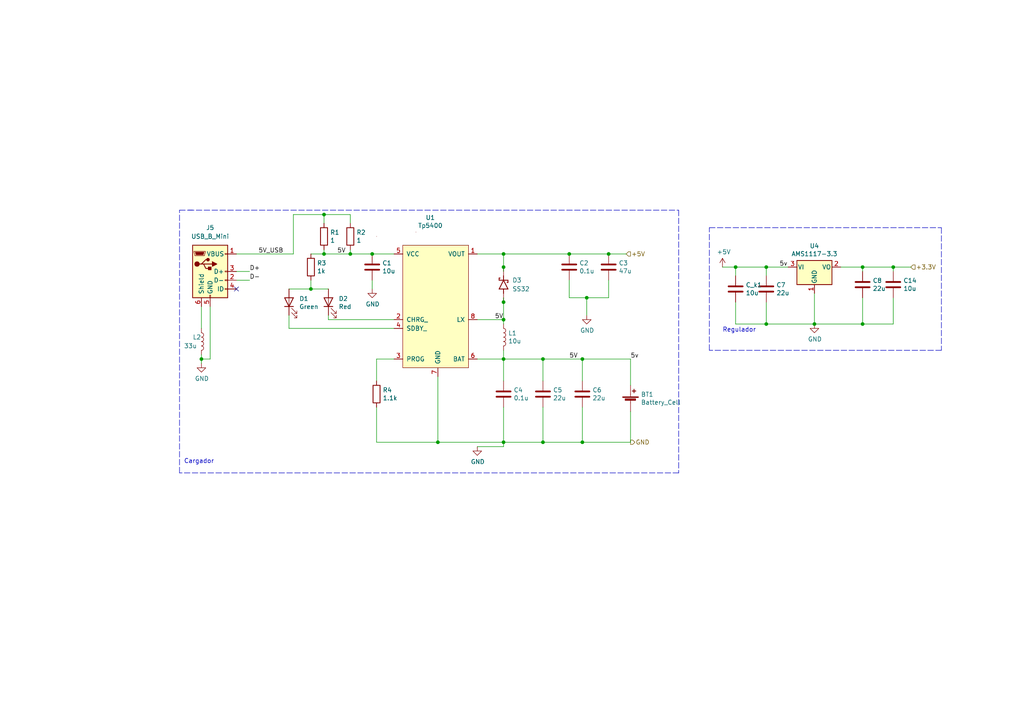
<source format=kicad_sch>
(kicad_sch (version 20211123) (generator eeschema)

  (uuid e409a435-e22e-4de2-b54e-4f8bf64a12ec)

  (paper "A4")

  (lib_symbols
    (symbol "Connector:USB_B_Mini" (pin_names (offset 1.016)) (in_bom yes) (on_board yes)
      (property "Reference" "J" (id 0) (at -5.08 11.43 0)
        (effects (font (size 1.27 1.27)) (justify left))
      )
      (property "Value" "USB_B_Mini" (id 1) (at -5.08 8.89 0)
        (effects (font (size 1.27 1.27)) (justify left))
      )
      (property "Footprint" "" (id 2) (at 3.81 -1.27 0)
        (effects (font (size 1.27 1.27)) hide)
      )
      (property "Datasheet" "~" (id 3) (at 3.81 -1.27 0)
        (effects (font (size 1.27 1.27)) hide)
      )
      (property "ki_keywords" "connector USB mini" (id 4) (at 0 0 0)
        (effects (font (size 1.27 1.27)) hide)
      )
      (property "ki_description" "USB Mini Type B connector" (id 5) (at 0 0 0)
        (effects (font (size 1.27 1.27)) hide)
      )
      (property "ki_fp_filters" "USB*" (id 6) (at 0 0 0)
        (effects (font (size 1.27 1.27)) hide)
      )
      (symbol "USB_B_Mini_0_1"
        (rectangle (start -5.08 -7.62) (end 5.08 7.62)
          (stroke (width 0.254) (type default) (color 0 0 0 0))
          (fill (type background))
        )
        (circle (center -3.81 2.159) (radius 0.635)
          (stroke (width 0.254) (type default) (color 0 0 0 0))
          (fill (type outline))
        )
        (circle (center -0.635 3.429) (radius 0.381)
          (stroke (width 0.254) (type default) (color 0 0 0 0))
          (fill (type outline))
        )
        (rectangle (start -0.127 -7.62) (end 0.127 -6.858)
          (stroke (width 0) (type default) (color 0 0 0 0))
          (fill (type none))
        )
        (polyline
          (pts
            (xy -1.905 2.159)
            (xy 0.635 2.159)
          )
          (stroke (width 0.254) (type default) (color 0 0 0 0))
          (fill (type none))
        )
        (polyline
          (pts
            (xy -3.175 2.159)
            (xy -2.54 2.159)
            (xy -1.27 3.429)
            (xy -0.635 3.429)
          )
          (stroke (width 0.254) (type default) (color 0 0 0 0))
          (fill (type none))
        )
        (polyline
          (pts
            (xy -2.54 2.159)
            (xy -1.905 2.159)
            (xy -1.27 0.889)
            (xy 0 0.889)
          )
          (stroke (width 0.254) (type default) (color 0 0 0 0))
          (fill (type none))
        )
        (polyline
          (pts
            (xy 0.635 2.794)
            (xy 0.635 1.524)
            (xy 1.905 2.159)
            (xy 0.635 2.794)
          )
          (stroke (width 0.254) (type default) (color 0 0 0 0))
          (fill (type outline))
        )
        (polyline
          (pts
            (xy -4.318 5.588)
            (xy -1.778 5.588)
            (xy -2.032 4.826)
            (xy -4.064 4.826)
            (xy -4.318 5.588)
          )
          (stroke (width 0) (type default) (color 0 0 0 0))
          (fill (type outline))
        )
        (polyline
          (pts
            (xy -4.699 5.842)
            (xy -4.699 5.588)
            (xy -4.445 4.826)
            (xy -4.445 4.572)
            (xy -1.651 4.572)
            (xy -1.651 4.826)
            (xy -1.397 5.588)
            (xy -1.397 5.842)
            (xy -4.699 5.842)
          )
          (stroke (width 0) (type default) (color 0 0 0 0))
          (fill (type none))
        )
        (rectangle (start 0.254 1.27) (end -0.508 0.508)
          (stroke (width 0.254) (type default) (color 0 0 0 0))
          (fill (type outline))
        )
        (rectangle (start 5.08 -5.207) (end 4.318 -4.953)
          (stroke (width 0) (type default) (color 0 0 0 0))
          (fill (type none))
        )
        (rectangle (start 5.08 -2.667) (end 4.318 -2.413)
          (stroke (width 0) (type default) (color 0 0 0 0))
          (fill (type none))
        )
        (rectangle (start 5.08 -0.127) (end 4.318 0.127)
          (stroke (width 0) (type default) (color 0 0 0 0))
          (fill (type none))
        )
        (rectangle (start 5.08 4.953) (end 4.318 5.207)
          (stroke (width 0) (type default) (color 0 0 0 0))
          (fill (type none))
        )
      )
      (symbol "USB_B_Mini_1_1"
        (pin power_out line (at 7.62 5.08 180) (length 2.54)
          (name "VBUS" (effects (font (size 1.27 1.27))))
          (number "1" (effects (font (size 1.27 1.27))))
        )
        (pin bidirectional line (at 7.62 -2.54 180) (length 2.54)
          (name "D-" (effects (font (size 1.27 1.27))))
          (number "2" (effects (font (size 1.27 1.27))))
        )
        (pin bidirectional line (at 7.62 0 180) (length 2.54)
          (name "D+" (effects (font (size 1.27 1.27))))
          (number "3" (effects (font (size 1.27 1.27))))
        )
        (pin passive line (at 7.62 -5.08 180) (length 2.54)
          (name "ID" (effects (font (size 1.27 1.27))))
          (number "4" (effects (font (size 1.27 1.27))))
        )
        (pin power_out line (at 0 -10.16 90) (length 2.54)
          (name "GND" (effects (font (size 1.27 1.27))))
          (number "5" (effects (font (size 1.27 1.27))))
        )
        (pin passive line (at -2.54 -10.16 90) (length 2.54)
          (name "Shield" (effects (font (size 1.27 1.27))))
          (number "6" (effects (font (size 1.27 1.27))))
        )
      )
    )
    (symbol "Device:Battery_Cell" (pin_numbers hide) (pin_names (offset 0) hide) (in_bom yes) (on_board yes)
      (property "Reference" "BT" (id 0) (at 2.54 2.54 0)
        (effects (font (size 1.27 1.27)) (justify left))
      )
      (property "Value" "Battery_Cell" (id 1) (at 2.54 0 0)
        (effects (font (size 1.27 1.27)) (justify left))
      )
      (property "Footprint" "" (id 2) (at 0 1.524 90)
        (effects (font (size 1.27 1.27)) hide)
      )
      (property "Datasheet" "~" (id 3) (at 0 1.524 90)
        (effects (font (size 1.27 1.27)) hide)
      )
      (property "ki_keywords" "battery cell" (id 4) (at 0 0 0)
        (effects (font (size 1.27 1.27)) hide)
      )
      (property "ki_description" "Single-cell battery" (id 5) (at 0 0 0)
        (effects (font (size 1.27 1.27)) hide)
      )
      (symbol "Battery_Cell_0_1"
        (rectangle (start -2.286 1.778) (end 2.286 1.524)
          (stroke (width 0) (type default) (color 0 0 0 0))
          (fill (type outline))
        )
        (rectangle (start -1.5748 1.1938) (end 1.4732 0.6858)
          (stroke (width 0) (type default) (color 0 0 0 0))
          (fill (type outline))
        )
        (polyline
          (pts
            (xy 0 0.762)
            (xy 0 0)
          )
          (stroke (width 0) (type default) (color 0 0 0 0))
          (fill (type none))
        )
        (polyline
          (pts
            (xy 0 1.778)
            (xy 0 2.54)
          )
          (stroke (width 0) (type default) (color 0 0 0 0))
          (fill (type none))
        )
        (polyline
          (pts
            (xy 0.508 3.429)
            (xy 1.524 3.429)
          )
          (stroke (width 0.254) (type default) (color 0 0 0 0))
          (fill (type none))
        )
        (polyline
          (pts
            (xy 1.016 3.937)
            (xy 1.016 2.921)
          )
          (stroke (width 0.254) (type default) (color 0 0 0 0))
          (fill (type none))
        )
      )
      (symbol "Battery_Cell_1_1"
        (pin passive line (at 0 5.08 270) (length 2.54)
          (name "+" (effects (font (size 1.27 1.27))))
          (number "1" (effects (font (size 1.27 1.27))))
        )
        (pin passive line (at 0 -2.54 90) (length 2.54)
          (name "-" (effects (font (size 1.27 1.27))))
          (number "2" (effects (font (size 1.27 1.27))))
        )
      )
    )
    (symbol "Device:C" (pin_numbers hide) (pin_names (offset 0.254)) (in_bom yes) (on_board yes)
      (property "Reference" "C" (id 0) (at 0.635 2.54 0)
        (effects (font (size 1.27 1.27)) (justify left))
      )
      (property "Value" "C" (id 1) (at 0.635 -2.54 0)
        (effects (font (size 1.27 1.27)) (justify left))
      )
      (property "Footprint" "" (id 2) (at 0.9652 -3.81 0)
        (effects (font (size 1.27 1.27)) hide)
      )
      (property "Datasheet" "~" (id 3) (at 0 0 0)
        (effects (font (size 1.27 1.27)) hide)
      )
      (property "ki_keywords" "cap capacitor" (id 4) (at 0 0 0)
        (effects (font (size 1.27 1.27)) hide)
      )
      (property "ki_description" "Unpolarized capacitor" (id 5) (at 0 0 0)
        (effects (font (size 1.27 1.27)) hide)
      )
      (property "ki_fp_filters" "C_*" (id 6) (at 0 0 0)
        (effects (font (size 1.27 1.27)) hide)
      )
      (symbol "C_0_1"
        (polyline
          (pts
            (xy -2.032 -0.762)
            (xy 2.032 -0.762)
          )
          (stroke (width 0.508) (type default) (color 0 0 0 0))
          (fill (type none))
        )
        (polyline
          (pts
            (xy -2.032 0.762)
            (xy 2.032 0.762)
          )
          (stroke (width 0.508) (type default) (color 0 0 0 0))
          (fill (type none))
        )
      )
      (symbol "C_1_1"
        (pin passive line (at 0 3.81 270) (length 2.794)
          (name "~" (effects (font (size 1.27 1.27))))
          (number "1" (effects (font (size 1.27 1.27))))
        )
        (pin passive line (at 0 -3.81 90) (length 2.794)
          (name "~" (effects (font (size 1.27 1.27))))
          (number "2" (effects (font (size 1.27 1.27))))
        )
      )
    )
    (symbol "Device:L" (pin_numbers hide) (pin_names (offset 1.016) hide) (in_bom yes) (on_board yes)
      (property "Reference" "L" (id 0) (at -1.27 0 90)
        (effects (font (size 1.27 1.27)))
      )
      (property "Value" "L" (id 1) (at 1.905 0 90)
        (effects (font (size 1.27 1.27)))
      )
      (property "Footprint" "" (id 2) (at 0 0 0)
        (effects (font (size 1.27 1.27)) hide)
      )
      (property "Datasheet" "~" (id 3) (at 0 0 0)
        (effects (font (size 1.27 1.27)) hide)
      )
      (property "ki_keywords" "inductor choke coil reactor magnetic" (id 4) (at 0 0 0)
        (effects (font (size 1.27 1.27)) hide)
      )
      (property "ki_description" "Inductor" (id 5) (at 0 0 0)
        (effects (font (size 1.27 1.27)) hide)
      )
      (property "ki_fp_filters" "Choke_* *Coil* Inductor_* L_*" (id 6) (at 0 0 0)
        (effects (font (size 1.27 1.27)) hide)
      )
      (symbol "L_0_1"
        (arc (start 0 -2.54) (mid 0.635 -1.905) (end 0 -1.27)
          (stroke (width 0) (type default) (color 0 0 0 0))
          (fill (type none))
        )
        (arc (start 0 -1.27) (mid 0.635 -0.635) (end 0 0)
          (stroke (width 0) (type default) (color 0 0 0 0))
          (fill (type none))
        )
        (arc (start 0 0) (mid 0.635 0.635) (end 0 1.27)
          (stroke (width 0) (type default) (color 0 0 0 0))
          (fill (type none))
        )
        (arc (start 0 1.27) (mid 0.635 1.905) (end 0 2.54)
          (stroke (width 0) (type default) (color 0 0 0 0))
          (fill (type none))
        )
      )
      (symbol "L_1_1"
        (pin passive line (at 0 3.81 270) (length 1.27)
          (name "1" (effects (font (size 1.27 1.27))))
          (number "1" (effects (font (size 1.27 1.27))))
        )
        (pin passive line (at 0 -3.81 90) (length 1.27)
          (name "2" (effects (font (size 1.27 1.27))))
          (number "2" (effects (font (size 1.27 1.27))))
        )
      )
    )
    (symbol "Device:LED" (pin_numbers hide) (pin_names (offset 1.016) hide) (in_bom yes) (on_board yes)
      (property "Reference" "D" (id 0) (at 0 2.54 0)
        (effects (font (size 1.27 1.27)))
      )
      (property "Value" "LED" (id 1) (at 0 -2.54 0)
        (effects (font (size 1.27 1.27)))
      )
      (property "Footprint" "" (id 2) (at 0 0 0)
        (effects (font (size 1.27 1.27)) hide)
      )
      (property "Datasheet" "~" (id 3) (at 0 0 0)
        (effects (font (size 1.27 1.27)) hide)
      )
      (property "ki_keywords" "LED diode" (id 4) (at 0 0 0)
        (effects (font (size 1.27 1.27)) hide)
      )
      (property "ki_description" "Light emitting diode" (id 5) (at 0 0 0)
        (effects (font (size 1.27 1.27)) hide)
      )
      (property "ki_fp_filters" "LED* LED_SMD:* LED_THT:*" (id 6) (at 0 0 0)
        (effects (font (size 1.27 1.27)) hide)
      )
      (symbol "LED_0_1"
        (polyline
          (pts
            (xy -1.27 -1.27)
            (xy -1.27 1.27)
          )
          (stroke (width 0.254) (type default) (color 0 0 0 0))
          (fill (type none))
        )
        (polyline
          (pts
            (xy -1.27 0)
            (xy 1.27 0)
          )
          (stroke (width 0) (type default) (color 0 0 0 0))
          (fill (type none))
        )
        (polyline
          (pts
            (xy 1.27 -1.27)
            (xy 1.27 1.27)
            (xy -1.27 0)
            (xy 1.27 -1.27)
          )
          (stroke (width 0.254) (type default) (color 0 0 0 0))
          (fill (type none))
        )
        (polyline
          (pts
            (xy -3.048 -0.762)
            (xy -4.572 -2.286)
            (xy -3.81 -2.286)
            (xy -4.572 -2.286)
            (xy -4.572 -1.524)
          )
          (stroke (width 0) (type default) (color 0 0 0 0))
          (fill (type none))
        )
        (polyline
          (pts
            (xy -1.778 -0.762)
            (xy -3.302 -2.286)
            (xy -2.54 -2.286)
            (xy -3.302 -2.286)
            (xy -3.302 -1.524)
          )
          (stroke (width 0) (type default) (color 0 0 0 0))
          (fill (type none))
        )
      )
      (symbol "LED_1_1"
        (pin passive line (at -3.81 0 0) (length 2.54)
          (name "K" (effects (font (size 1.27 1.27))))
          (number "1" (effects (font (size 1.27 1.27))))
        )
        (pin passive line (at 3.81 0 180) (length 2.54)
          (name "A" (effects (font (size 1.27 1.27))))
          (number "2" (effects (font (size 1.27 1.27))))
        )
      )
    )
    (symbol "Device:R" (pin_numbers hide) (pin_names (offset 0)) (in_bom yes) (on_board yes)
      (property "Reference" "R" (id 0) (at 2.032 0 90)
        (effects (font (size 1.27 1.27)))
      )
      (property "Value" "R" (id 1) (at 0 0 90)
        (effects (font (size 1.27 1.27)))
      )
      (property "Footprint" "" (id 2) (at -1.778 0 90)
        (effects (font (size 1.27 1.27)) hide)
      )
      (property "Datasheet" "~" (id 3) (at 0 0 0)
        (effects (font (size 1.27 1.27)) hide)
      )
      (property "ki_keywords" "R res resistor" (id 4) (at 0 0 0)
        (effects (font (size 1.27 1.27)) hide)
      )
      (property "ki_description" "Resistor" (id 5) (at 0 0 0)
        (effects (font (size 1.27 1.27)) hide)
      )
      (property "ki_fp_filters" "R_*" (id 6) (at 0 0 0)
        (effects (font (size 1.27 1.27)) hide)
      )
      (symbol "R_0_1"
        (rectangle (start -1.016 -2.54) (end 1.016 2.54)
          (stroke (width 0.254) (type default) (color 0 0 0 0))
          (fill (type none))
        )
      )
      (symbol "R_1_1"
        (pin passive line (at 0 3.81 270) (length 1.27)
          (name "~" (effects (font (size 1.27 1.27))))
          (number "1" (effects (font (size 1.27 1.27))))
        )
        (pin passive line (at 0 -3.81 90) (length 1.27)
          (name "~" (effects (font (size 1.27 1.27))))
          (number "2" (effects (font (size 1.27 1.27))))
        )
      )
    )
    (symbol "Regulator_Linear:AMS1117-3.3" (pin_names (offset 0.254)) (in_bom yes) (on_board yes)
      (property "Reference" "U" (id 0) (at -3.81 3.175 0)
        (effects (font (size 1.27 1.27)))
      )
      (property "Value" "AMS1117-3.3" (id 1) (at 0 3.175 0)
        (effects (font (size 1.27 1.27)) (justify left))
      )
      (property "Footprint" "Package_TO_SOT_SMD:SOT-223-3_TabPin2" (id 2) (at 0 5.08 0)
        (effects (font (size 1.27 1.27)) hide)
      )
      (property "Datasheet" "http://www.advanced-monolithic.com/pdf/ds1117.pdf" (id 3) (at 2.54 -6.35 0)
        (effects (font (size 1.27 1.27)) hide)
      )
      (property "ki_keywords" "linear regulator ldo fixed positive" (id 4) (at 0 0 0)
        (effects (font (size 1.27 1.27)) hide)
      )
      (property "ki_description" "1A Low Dropout regulator, positive, 3.3V fixed output, SOT-223" (id 5) (at 0 0 0)
        (effects (font (size 1.27 1.27)) hide)
      )
      (property "ki_fp_filters" "SOT?223*TabPin2*" (id 6) (at 0 0 0)
        (effects (font (size 1.27 1.27)) hide)
      )
      (symbol "AMS1117-3.3_0_1"
        (rectangle (start -5.08 -5.08) (end 5.08 1.905)
          (stroke (width 0.254) (type default) (color 0 0 0 0))
          (fill (type background))
        )
      )
      (symbol "AMS1117-3.3_1_1"
        (pin power_in line (at 0 -7.62 90) (length 2.54)
          (name "GND" (effects (font (size 1.27 1.27))))
          (number "1" (effects (font (size 1.27 1.27))))
        )
        (pin power_out line (at 7.62 0 180) (length 2.54)
          (name "VO" (effects (font (size 1.27 1.27))))
          (number "2" (effects (font (size 1.27 1.27))))
        )
        (pin power_in line (at -7.62 0 0) (length 2.54)
          (name "VI" (effects (font (size 1.27 1.27))))
          (number "3" (effects (font (size 1.27 1.27))))
        )
      )
    )
    (symbol "SS32:SS32" (pin_numbers hide) (pin_names (offset 1.016) hide) (in_bom yes) (on_board yes)
      (property "Reference" "D" (id 0) (at -5.08 2.54 0)
        (effects (font (size 1.27 1.27)) (justify left bottom))
      )
      (property "Value" "SS32" (id 1) (at -5.08 -3.81 0)
        (effects (font (size 1.27 1.27)) (justify left bottom))
      )
      (property "Footprint" "DIOM6859X262N" (id 2) (at 0 0 0)
        (effects (font (size 1.27 1.27)) (justify left bottom) hide)
      )
      (property "Datasheet" "" (id 3) (at 0 0 0)
        (effects (font (size 1.27 1.27)) (justify left bottom) hide)
      )
      (property "MAXIMUM_PACKAGE_HEIGHT" "2.62 mm" (id 4) (at 0 0 0)
        (effects (font (size 1.27 1.27)) (justify left bottom) hide)
      )
      (property "PARTREV" "Q2102" (id 5) (at 0 0 0)
        (effects (font (size 1.27 1.27)) (justify left bottom) hide)
      )
      (property "STANDARD" "IPC-7351B" (id 6) (at 0 0 0)
        (effects (font (size 1.27 1.27)) (justify left bottom) hide)
      )
      (property "MANUFACTURER" "Taiwan Semiconductor" (id 7) (at 0 0 0)
        (effects (font (size 1.27 1.27)) (justify left bottom) hide)
      )
      (property "ki_locked" "" (id 8) (at 0 0 0)
        (effects (font (size 1.27 1.27)))
      )
      (symbol "SS32_0_0"
        (polyline
          (pts
            (xy -2.54 0)
            (xy -1.27 0)
          )
          (stroke (width 0.254) (type default) (color 0 0 0 0))
          (fill (type none))
        )
        (polyline
          (pts
            (xy -1.27 -1.27)
            (xy 1.27 0)
          )
          (stroke (width 0.254) (type default) (color 0 0 0 0))
          (fill (type none))
        )
        (polyline
          (pts
            (xy -1.27 0)
            (xy -1.27 -1.27)
          )
          (stroke (width 0.254) (type default) (color 0 0 0 0))
          (fill (type none))
        )
        (polyline
          (pts
            (xy -1.27 1.27)
            (xy -1.27 0)
          )
          (stroke (width 0.254) (type default) (color 0 0 0 0))
          (fill (type none))
        )
        (polyline
          (pts
            (xy 0.635 -1.016)
            (xy 0.635 -1.27)
          )
          (stroke (width 0.254) (type default) (color 0 0 0 0))
          (fill (type none))
        )
        (polyline
          (pts
            (xy 1.27 -1.27)
            (xy 0.635 -1.27)
          )
          (stroke (width 0.254) (type default) (color 0 0 0 0))
          (fill (type none))
        )
        (polyline
          (pts
            (xy 1.27 0)
            (xy -1.27 1.27)
          )
          (stroke (width 0.254) (type default) (color 0 0 0 0))
          (fill (type none))
        )
        (polyline
          (pts
            (xy 1.27 0)
            (xy 1.27 -1.27)
          )
          (stroke (width 0.254) (type default) (color 0 0 0 0))
          (fill (type none))
        )
        (polyline
          (pts
            (xy 1.27 1.27)
            (xy 1.27 0)
          )
          (stroke (width 0.254) (type default) (color 0 0 0 0))
          (fill (type none))
        )
        (polyline
          (pts
            (xy 1.905 1.27)
            (xy 1.27 1.27)
          )
          (stroke (width 0.254) (type default) (color 0 0 0 0))
          (fill (type none))
        )
        (polyline
          (pts
            (xy 1.905 1.27)
            (xy 1.905 1.016)
          )
          (stroke (width 0.254) (type default) (color 0 0 0 0))
          (fill (type none))
        )
        (polyline
          (pts
            (xy 2.54 0)
            (xy 1.27 0)
          )
          (stroke (width 0.254) (type default) (color 0 0 0 0))
          (fill (type none))
        )
        (pin passive line (at -5.08 0 0) (length 2.54)
          (name "~" (effects (font (size 1.016 1.016))))
          (number "A" (effects (font (size 1.016 1.016))))
        )
        (pin passive line (at 5.08 0 180) (length 2.54)
          (name "~" (effects (font (size 1.016 1.016))))
          (number "C" (effects (font (size 1.016 1.016))))
        )
      )
    )
    (symbol "TP5400:Tp5400" (pin_names (offset 1.016)) (in_bom yes) (on_board yes)
      (property "Reference" "U" (id 0) (at -5.08 19.05 0)
        (effects (font (size 1.27 1.27)))
      )
      (property "Value" "Tp5400" (id 1) (at 0 19.05 0)
        (effects (font (size 1.27 1.27)))
      )
      (property "Footprint" "" (id 2) (at -5.08 19.05 0)
        (effects (font (size 1.27 1.27)) hide)
      )
      (property "Datasheet" "" (id 3) (at -5.08 19.05 0)
        (effects (font (size 1.27 1.27)) hide)
      )
      (property "ki_description" "Modulo Carga y Descarga Baterías Litio TP5400 5V - 1.2A, perfecto para la carga de baterías LiPo (Polimero de Litio) ó Li-ion (Ion de Litio) de una sola celda" (id 4) (at 0 0 0)
        (effects (font (size 1.27 1.27)) hide)
      )
      (symbol "Tp5400_0_1"
        (rectangle (start -62.23 -196.85) (end -62.23 -196.85)
          (stroke (width 0) (type default) (color 0 0 0 0))
          (fill (type none))
        )
        (rectangle (start -17.78 19.05) (end -17.78 19.05)
          (stroke (width 0) (type default) (color 0 0 0 0))
          (fill (type none))
        )
        (rectangle (start -10.16 16.51) (end 8.89 -19.05)
          (stroke (width 0) (type default) (color 0 0 0 0))
          (fill (type background))
        )
        (rectangle (start -6.35 20.32) (end -6.35 20.32)
          (stroke (width 0) (type default) (color 0 0 0 0))
          (fill (type none))
        )
      )
      (symbol "Tp5400_1_1"
        (pin output line (at 11.43 13.97 180) (length 2.54)
          (name "VOUT" (effects (font (size 1.27 1.27))))
          (number "1" (effects (font (size 1.27 1.27))))
        )
        (pin input line (at -12.7 -5.08 0) (length 2.54)
          (name "CHRG_" (effects (font (size 1.27 1.27))))
          (number "2" (effects (font (size 1.27 1.27))))
        )
        (pin input line (at -12.7 -16.51 0) (length 2.54)
          (name "PROG" (effects (font (size 1.27 1.27))))
          (number "3" (effects (font (size 1.27 1.27))))
        )
        (pin input line (at -12.7 -7.62 0) (length 2.54)
          (name "SDBY_" (effects (font (size 1.27 1.27))))
          (number "4" (effects (font (size 1.27 1.27))))
        )
        (pin input line (at -12.7 13.97 0) (length 2.54)
          (name "VCC" (effects (font (size 1.27 1.27))))
          (number "5" (effects (font (size 1.27 1.27))))
        )
        (pin input line (at 11.43 -16.51 180) (length 2.54)
          (name "BAT" (effects (font (size 1.27 1.27))))
          (number "6" (effects (font (size 1.27 1.27))))
        )
        (pin input line (at 0 -21.59 90) (length 2.54)
          (name "GND" (effects (font (size 1.27 1.27))))
          (number "7" (effects (font (size 1.27 1.27))))
        )
        (pin input line (at 11.43 -5.08 180) (length 2.54)
          (name "LX" (effects (font (size 1.27 1.27))))
          (number "8" (effects (font (size 1.27 1.27))))
        )
      )
    )
    (symbol "power:+5V" (power) (pin_names (offset 0)) (in_bom yes) (on_board yes)
      (property "Reference" "#PWR" (id 0) (at 0 -3.81 0)
        (effects (font (size 1.27 1.27)) hide)
      )
      (property "Value" "+5V" (id 1) (at 0 3.556 0)
        (effects (font (size 1.27 1.27)))
      )
      (property "Footprint" "" (id 2) (at 0 0 0)
        (effects (font (size 1.27 1.27)) hide)
      )
      (property "Datasheet" "" (id 3) (at 0 0 0)
        (effects (font (size 1.27 1.27)) hide)
      )
      (property "ki_keywords" "power-flag" (id 4) (at 0 0 0)
        (effects (font (size 1.27 1.27)) hide)
      )
      (property "ki_description" "Power symbol creates a global label with name \"+5V\"" (id 5) (at 0 0 0)
        (effects (font (size 1.27 1.27)) hide)
      )
      (symbol "+5V_0_1"
        (polyline
          (pts
            (xy -0.762 1.27)
            (xy 0 2.54)
          )
          (stroke (width 0) (type default) (color 0 0 0 0))
          (fill (type none))
        )
        (polyline
          (pts
            (xy 0 0)
            (xy 0 2.54)
          )
          (stroke (width 0) (type default) (color 0 0 0 0))
          (fill (type none))
        )
        (polyline
          (pts
            (xy 0 2.54)
            (xy 0.762 1.27)
          )
          (stroke (width 0) (type default) (color 0 0 0 0))
          (fill (type none))
        )
      )
      (symbol "+5V_1_1"
        (pin power_in line (at 0 0 90) (length 0) hide
          (name "+5V" (effects (font (size 1.27 1.27))))
          (number "1" (effects (font (size 1.27 1.27))))
        )
      )
    )
    (symbol "power:GND" (power) (pin_names (offset 0)) (in_bom yes) (on_board yes)
      (property "Reference" "#PWR" (id 0) (at 0 -6.35 0)
        (effects (font (size 1.27 1.27)) hide)
      )
      (property "Value" "GND" (id 1) (at 0 -3.81 0)
        (effects (font (size 1.27 1.27)))
      )
      (property "Footprint" "" (id 2) (at 0 0 0)
        (effects (font (size 1.27 1.27)) hide)
      )
      (property "Datasheet" "" (id 3) (at 0 0 0)
        (effects (font (size 1.27 1.27)) hide)
      )
      (property "ki_keywords" "power-flag" (id 4) (at 0 0 0)
        (effects (font (size 1.27 1.27)) hide)
      )
      (property "ki_description" "Power symbol creates a global label with name \"GND\" , ground" (id 5) (at 0 0 0)
        (effects (font (size 1.27 1.27)) hide)
      )
      (symbol "GND_0_1"
        (polyline
          (pts
            (xy 0 0)
            (xy 0 -1.27)
            (xy 1.27 -1.27)
            (xy 0 -2.54)
            (xy -1.27 -1.27)
            (xy 0 -1.27)
          )
          (stroke (width 0) (type default) (color 0 0 0 0))
          (fill (type none))
        )
      )
      (symbol "GND_1_1"
        (pin power_in line (at 0 0 270) (length 0) hide
          (name "GND" (effects (font (size 1.27 1.27))))
          (number "1" (effects (font (size 1.27 1.27))))
        )
      )
    )
  )

  (junction (at 93.98 73.66) (diameter 0) (color 0 0 0 0)
    (uuid 10934efb-a584-49f1-94d8-1012813a3248)
  )
  (junction (at 250.19 93.98) (diameter 0) (color 0 0 0 0)
    (uuid 1e333299-a059-4f9d-b1b0-1f8871de4d05)
  )
  (junction (at 250.19 77.47) (diameter 0) (color 0 0 0 0)
    (uuid 1f9398dd-7cdd-424c-b613-8ca2f01076a8)
  )
  (junction (at 146.05 92.71) (diameter 0) (color 0 0 0 0)
    (uuid 26e5081e-e8cb-4020-a8bf-f57e9547e94e)
  )
  (junction (at 107.95 73.66) (diameter 0) (color 0 0 0 0)
    (uuid 27785de1-54ba-4776-b2cb-2198f8e38417)
  )
  (junction (at 127 128.27) (diameter 0) (color 0 0 0 0)
    (uuid 2e3a43b6-07fe-4cb6-85ae-f27fb7f41338)
  )
  (junction (at 170.18 86.36) (diameter 0) (color 0 0 0 0)
    (uuid 3b3ffa14-23c9-4852-81d0-8dd08fffec63)
  )
  (junction (at 101.6 73.66) (diameter 0) (color 0 0 0 0)
    (uuid 57a8c5cb-9384-43f3-a8bb-7f9c44e96dba)
  )
  (junction (at 146.05 77.47) (diameter 0) (color 0 0 0 0)
    (uuid 5dc499ee-6092-4da1-b2e3-45b492b60224)
  )
  (junction (at 259.08 77.47) (diameter 0) (color 0 0 0 0)
    (uuid 645a28f1-3e2a-4150-bddf-74a42d332667)
  )
  (junction (at 58.42 104.14) (diameter 0) (color 0 0 0 0)
    (uuid 6e19f719-0040-4e5a-a2a1-94e4ad1eaa02)
  )
  (junction (at 146.05 73.66) (diameter 0) (color 0 0 0 0)
    (uuid 7fb65ec1-ece3-48e1-bdf5-4413b4bf1f25)
  )
  (junction (at 222.25 93.98) (diameter 0) (color 0 0 0 0)
    (uuid 8141f226-6f0a-4ee4-acaa-39a5ea41233f)
  )
  (junction (at 168.91 104.14) (diameter 0) (color 0 0 0 0)
    (uuid 9d9b3632-55ed-48c4-9307-0bf7bfc74a37)
  )
  (junction (at 146.05 87.63) (diameter 0) (color 0 0 0 0)
    (uuid b1960e6d-b977-4ed9-9afa-313e242777fa)
  )
  (junction (at 165.1 73.66) (diameter 0) (color 0 0 0 0)
    (uuid bcbf41d9-4fe5-4f56-8731-cf1e018154b1)
  )
  (junction (at 213.36 77.47) (diameter 0) (color 0 0 0 0)
    (uuid c27f3dbc-2c6f-4766-addb-904e809092bf)
  )
  (junction (at 157.48 128.27) (diameter 0) (color 0 0 0 0)
    (uuid d2d5338e-529d-4976-925a-a09baa20282a)
  )
  (junction (at 90.17 83.82) (diameter 0) (color 0 0 0 0)
    (uuid d8a523ab-3d89-44b9-8b26-e4a9532c591d)
  )
  (junction (at 146.05 104.14) (diameter 0) (color 0 0 0 0)
    (uuid e0a58a6e-b9ed-4abc-9f08-a8dd3618b0a3)
  )
  (junction (at 236.22 93.98) (diameter 0) (color 0 0 0 0)
    (uuid e1556798-9f56-4fd6-b2e4-b39d4ee47312)
  )
  (junction (at 168.91 128.27) (diameter 0) (color 0 0 0 0)
    (uuid eb2bd1b2-cef8-4414-9af1-4ce7207a025a)
  )
  (junction (at 93.98 62.23) (diameter 0) (color 0 0 0 0)
    (uuid edfd2681-1660-471b-a1d2-c3d43b997978)
  )
  (junction (at 176.53 73.66) (diameter 0) (color 0 0 0 0)
    (uuid f073cf98-6734-4ea9-827f-4c4cecb730a6)
  )
  (junction (at 157.48 104.14) (diameter 0) (color 0 0 0 0)
    (uuid f31310b7-3b93-47ab-9527-9aef705b5156)
  )
  (junction (at 222.25 77.47) (diameter 0) (color 0 0 0 0)
    (uuid f5d8e826-05d3-419c-bbd2-baef7a463ae8)
  )
  (junction (at 146.05 128.27) (diameter 0) (color 0 0 0 0)
    (uuid f640cb6d-1c5e-48c7-ad82-396d8b2acb20)
  )

  (no_connect (at 68.58 83.82) (uuid 91d4a16d-06c7-4624-8996-ad3e9d06ec87))

  (wire (pts (xy 165.1 86.36) (xy 170.18 86.36))
    (stroke (width 0) (type default) (color 0 0 0 0))
    (uuid 00bc2017-0fbd-46ca-bcfc-e8081e13140f)
  )
  (wire (pts (xy 60.96 104.14) (xy 58.42 104.14))
    (stroke (width 0) (type default) (color 0 0 0 0))
    (uuid 036ca1d2-427e-4e04-9bae-c4f39a7c189c)
  )
  (polyline (pts (xy 196.85 137.16) (xy 52.07 137.16))
    (stroke (width 0) (type default) (color 0 0 0 0))
    (uuid 04c7e5fc-46f7-4ba1-9d88-f7f775d52712)
  )

  (wire (pts (xy 176.53 73.66) (xy 181.61 73.66))
    (stroke (width 0) (type default) (color 0 0 0 0))
    (uuid 09d80699-a6a9-4714-b5b0-09c47dd9807d)
  )
  (wire (pts (xy 138.43 73.66) (xy 146.05 73.66))
    (stroke (width 0) (type default) (color 0 0 0 0))
    (uuid 0bf90687-3495-4d33-9154-787d8238440f)
  )
  (wire (pts (xy 146.05 87.63) (xy 146.05 86.36))
    (stroke (width 0) (type default) (color 0 0 0 0))
    (uuid 0c1f3684-e67f-440a-87af-02b3ef9e5062)
  )
  (wire (pts (xy 68.58 78.74) (xy 72.39 78.74))
    (stroke (width 0) (type default) (color 0 0 0 0))
    (uuid 13833097-113f-40d8-a272-1bd67e07ccdd)
  )
  (wire (pts (xy 222.25 93.98) (xy 222.25 87.63))
    (stroke (width 0) (type default) (color 0 0 0 0))
    (uuid 1478cb11-bd9c-435e-a606-16051c5a03dc)
  )
  (wire (pts (xy 157.48 128.27) (xy 168.91 128.27))
    (stroke (width 0) (type default) (color 0 0 0 0))
    (uuid 178b9781-c2db-40ff-ba7f-0d679007e079)
  )
  (wire (pts (xy 95.25 91.44) (xy 95.25 92.71))
    (stroke (width 0) (type default) (color 0 0 0 0))
    (uuid 1821e909-4cd4-4367-afa0-8bd4fa0749c2)
  )
  (wire (pts (xy 138.43 92.71) (xy 146.05 92.71))
    (stroke (width 0) (type default) (color 0 0 0 0))
    (uuid 1acdb9b7-4472-44ea-9e80-9a6471edd1f7)
  )
  (wire (pts (xy 58.42 104.14) (xy 58.42 105.41))
    (stroke (width 0) (type default) (color 0 0 0 0))
    (uuid 1ecd55c5-20c1-47e0-816b-f8ea3bab2d54)
  )
  (polyline (pts (xy 54.61 60.96) (xy 196.85 60.96))
    (stroke (width 0) (type default) (color 0 0 0 0))
    (uuid 2188758f-7b2b-4bcf-8cc6-c592e39bac9e)
  )

  (wire (pts (xy 146.05 110.49) (xy 146.05 104.14))
    (stroke (width 0) (type default) (color 0 0 0 0))
    (uuid 26d31520-a03a-4ebc-9ab5-21c6bbb1ddc8)
  )
  (wire (pts (xy 146.05 92.71) (xy 146.05 93.98))
    (stroke (width 0) (type default) (color 0 0 0 0))
    (uuid 274f5a4a-4ebb-40fa-abed-82470e650ba3)
  )
  (wire (pts (xy 250.19 78.74) (xy 250.19 77.47))
    (stroke (width 0) (type default) (color 0 0 0 0))
    (uuid 2835b452-4aa7-4df2-97b5-b8f3001d4e69)
  )
  (wire (pts (xy 259.08 77.47) (xy 264.16 77.47))
    (stroke (width 0) (type default) (color 0 0 0 0))
    (uuid 286c83a5-b3b1-4089-bac3-cdd5fa65bbb6)
  )
  (wire (pts (xy 93.98 62.23) (xy 93.98 64.77))
    (stroke (width 0) (type default) (color 0 0 0 0))
    (uuid 3000b23d-7529-40f8-af7d-74510d8b62b3)
  )
  (wire (pts (xy 213.36 87.63) (xy 213.36 93.98))
    (stroke (width 0) (type default) (color 0 0 0 0))
    (uuid 32fcc0b2-ae82-4fc4-87f4-cfc255322a79)
  )
  (wire (pts (xy 114.3 95.25) (xy 83.82 95.25))
    (stroke (width 0) (type default) (color 0 0 0 0))
    (uuid 36fd755e-00b9-43ce-b2b4-98bcbcc828b3)
  )
  (wire (pts (xy 182.88 111.76) (xy 182.88 104.14))
    (stroke (width 0) (type default) (color 0 0 0 0))
    (uuid 39d579f8-f304-40ec-8add-fd4f790ee13b)
  )
  (wire (pts (xy 101.6 72.39) (xy 101.6 73.66))
    (stroke (width 0) (type default) (color 0 0 0 0))
    (uuid 3a98a794-e470-43cf-a5f2-fca897b03b62)
  )
  (wire (pts (xy 83.82 83.82) (xy 90.17 83.82))
    (stroke (width 0) (type default) (color 0 0 0 0))
    (uuid 3ea25615-4644-43e6-8c39-371c93b83f91)
  )
  (wire (pts (xy 250.19 77.47) (xy 243.84 77.47))
    (stroke (width 0) (type default) (color 0 0 0 0))
    (uuid 42525d00-1a06-44b1-a393-f411ccf21096)
  )
  (wire (pts (xy 182.88 119.38) (xy 182.88 128.27))
    (stroke (width 0) (type default) (color 0 0 0 0))
    (uuid 43c1b881-4c7d-4e78-b9bb-24107f0a191f)
  )
  (wire (pts (xy 95.25 92.71) (xy 114.3 92.71))
    (stroke (width 0) (type default) (color 0 0 0 0))
    (uuid 44c3f53b-44c2-4647-8bff-7b748b2b6e6a)
  )
  (wire (pts (xy 68.58 81.28) (xy 72.39 81.28))
    (stroke (width 0) (type default) (color 0 0 0 0))
    (uuid 4858e9af-4c74-4b84-be6b-43d2fffe3fec)
  )
  (wire (pts (xy 213.36 77.47) (xy 222.25 77.47))
    (stroke (width 0) (type default) (color 0 0 0 0))
    (uuid 50b98d50-7572-49be-b447-b60bc878f623)
  )
  (wire (pts (xy 250.19 86.36) (xy 250.19 93.98))
    (stroke (width 0) (type default) (color 0 0 0 0))
    (uuid 52af98b2-86da-4b87-b703-7faba4349c2b)
  )
  (wire (pts (xy 58.42 102.87) (xy 58.42 104.14))
    (stroke (width 0) (type default) (color 0 0 0 0))
    (uuid 5322b014-503e-479b-92f3-c104137eb4a7)
  )
  (wire (pts (xy 213.36 77.47) (xy 213.36 80.01))
    (stroke (width 0) (type default) (color 0 0 0 0))
    (uuid 572ad497-f15c-44e6-b6c4-2db8ed558982)
  )
  (wire (pts (xy 168.91 128.27) (xy 168.91 118.11))
    (stroke (width 0) (type default) (color 0 0 0 0))
    (uuid 57a51c1a-13e4-4c03-8d31-e11516ae1016)
  )
  (wire (pts (xy 250.19 93.98) (xy 259.08 93.98))
    (stroke (width 0) (type default) (color 0 0 0 0))
    (uuid 57b18b31-22db-4995-a95d-e94c9ea0a0df)
  )
  (wire (pts (xy 259.08 77.47) (xy 259.08 78.74))
    (stroke (width 0) (type default) (color 0 0 0 0))
    (uuid 5a30c2a9-e608-401a-ba82-55d0b8e977ed)
  )
  (wire (pts (xy 138.43 129.54) (xy 146.05 129.54))
    (stroke (width 0) (type default) (color 0 0 0 0))
    (uuid 5d02026c-1021-4cf4-8b84-8156dae0db5e)
  )
  (wire (pts (xy 90.17 83.82) (xy 95.25 83.82))
    (stroke (width 0) (type default) (color 0 0 0 0))
    (uuid 61f0657f-eafa-4e35-97e3-6fdf2ac25519)
  )
  (wire (pts (xy 107.95 83.82) (xy 107.95 81.28))
    (stroke (width 0) (type default) (color 0 0 0 0))
    (uuid 651a6637-b8eb-400c-98e2-e30c05336858)
  )
  (wire (pts (xy 165.1 81.28) (xy 165.1 86.36))
    (stroke (width 0) (type default) (color 0 0 0 0))
    (uuid 6671d815-e777-4497-97ef-fddba708f008)
  )
  (wire (pts (xy 146.05 77.47) (xy 146.05 78.74))
    (stroke (width 0) (type default) (color 0 0 0 0))
    (uuid 6e413ce5-ddaf-479d-ab31-d32d62b0c2f3)
  )
  (wire (pts (xy 146.05 118.11) (xy 146.05 128.27))
    (stroke (width 0) (type default) (color 0 0 0 0))
    (uuid 6f04d99a-4e8a-47c5-abb1-d116d664afaf)
  )
  (wire (pts (xy 157.48 118.11) (xy 157.48 128.27))
    (stroke (width 0) (type default) (color 0 0 0 0))
    (uuid 6f7723ab-9b81-43f3-b744-74764fc3ce28)
  )
  (polyline (pts (xy 273.05 101.6) (xy 205.74 101.6))
    (stroke (width 0) (type default) (color 0 0 0 0))
    (uuid 7047ff6f-a981-4922-b891-871f0192e20f)
  )

  (wire (pts (xy 176.53 73.66) (xy 165.1 73.66))
    (stroke (width 0) (type default) (color 0 0 0 0))
    (uuid 70aac149-64d0-474f-b3c1-16c3956fe907)
  )
  (wire (pts (xy 60.96 88.9) (xy 60.96 104.14))
    (stroke (width 0) (type default) (color 0 0 0 0))
    (uuid 737f3fde-79ea-4deb-a07c-5f9fe7044987)
  )
  (wire (pts (xy 157.48 110.49) (xy 157.48 104.14))
    (stroke (width 0) (type default) (color 0 0 0 0))
    (uuid 744f804c-7b9c-444d-b073-1f898e5be461)
  )
  (wire (pts (xy 250.19 93.98) (xy 236.22 93.98))
    (stroke (width 0) (type default) (color 0 0 0 0))
    (uuid 819a8413-6af3-4f54-a057-6464065995fe)
  )
  (wire (pts (xy 109.22 104.14) (xy 109.22 110.49))
    (stroke (width 0) (type default) (color 0 0 0 0))
    (uuid 8333d76e-e1b8-439f-9369-3f32cf9a3675)
  )
  (wire (pts (xy 236.22 85.09) (xy 236.22 93.98))
    (stroke (width 0) (type default) (color 0 0 0 0))
    (uuid 84018ab4-adff-46a3-8f7d-a4f73dd5211a)
  )
  (polyline (pts (xy 52.07 137.16) (xy 52.07 60.96))
    (stroke (width 0) (type default) (color 0 0 0 0))
    (uuid 875b2d9d-6d83-4bd7-bb4a-945ab797eb50)
  )
  (polyline (pts (xy 52.07 60.96) (xy 55.88 60.96))
    (stroke (width 0) (type default) (color 0 0 0 0))
    (uuid 89d60e13-aa6b-4474-8789-9af56d4d3202)
  )

  (wire (pts (xy 101.6 73.66) (xy 93.98 73.66))
    (stroke (width 0) (type default) (color 0 0 0 0))
    (uuid 8a1b921d-9b5d-4a2b-b1b1-ff2a0f21b8b0)
  )
  (wire (pts (xy 259.08 86.36) (xy 259.08 93.98))
    (stroke (width 0) (type default) (color 0 0 0 0))
    (uuid 8c05f8ae-7c48-449a-ae56-8090383808fa)
  )
  (wire (pts (xy 146.05 73.66) (xy 146.05 77.47))
    (stroke (width 0) (type default) (color 0 0 0 0))
    (uuid 8d00b581-ff1f-4274-816b-bc45d0315dfc)
  )
  (wire (pts (xy 222.25 77.47) (xy 228.6 77.47))
    (stroke (width 0) (type default) (color 0 0 0 0))
    (uuid 901a7605-c924-43d9-a98d-931ac44d5ccb)
  )
  (wire (pts (xy 127 109.22) (xy 127 128.27))
    (stroke (width 0) (type default) (color 0 0 0 0))
    (uuid 91eebec8-22cf-4712-9c10-fe9c5fc97d34)
  )
  (wire (pts (xy 146.05 73.66) (xy 165.1 73.66))
    (stroke (width 0) (type default) (color 0 0 0 0))
    (uuid 9773c4b4-475d-4759-9ec7-634526307455)
  )
  (wire (pts (xy 90.17 81.28) (xy 90.17 83.82))
    (stroke (width 0) (type default) (color 0 0 0 0))
    (uuid 98bb3c0c-4720-4c23-84d0-2c32ea5682f5)
  )
  (wire (pts (xy 168.91 128.27) (xy 182.88 128.27))
    (stroke (width 0) (type default) (color 0 0 0 0))
    (uuid 99f5dcba-76f2-42b5-9809-22fbde85df65)
  )
  (wire (pts (xy 58.42 88.9) (xy 58.42 95.25))
    (stroke (width 0) (type default) (color 0 0 0 0))
    (uuid 9dc4c419-9dbe-4189-8978-db3449de0725)
  )
  (polyline (pts (xy 196.85 60.96) (xy 196.85 137.16))
    (stroke (width 0) (type default) (color 0 0 0 0))
    (uuid 9ffed4f5-febe-4750-b63c-3ed050bd5b1a)
  )

  (wire (pts (xy 85.09 73.66) (xy 85.09 62.23))
    (stroke (width 0) (type default) (color 0 0 0 0))
    (uuid a1a51985-b3c5-4bd8-b1d0-1a1b82664ffa)
  )
  (wire (pts (xy 157.48 104.14) (xy 168.91 104.14))
    (stroke (width 0) (type default) (color 0 0 0 0))
    (uuid a40c6094-3b12-4bd2-8fbc-d3590854a759)
  )
  (wire (pts (xy 168.91 104.14) (xy 168.91 110.49))
    (stroke (width 0) (type default) (color 0 0 0 0))
    (uuid a46948a9-f6c6-412c-905c-0211e0b49f19)
  )
  (wire (pts (xy 93.98 73.66) (xy 90.17 73.66))
    (stroke (width 0) (type default) (color 0 0 0 0))
    (uuid a7d20def-772a-42c9-bbcc-08c4bdf960bb)
  )
  (wire (pts (xy 68.58 73.66) (xy 85.09 73.66))
    (stroke (width 0) (type default) (color 0 0 0 0))
    (uuid aa4abb9a-5f4a-4f1a-a898-a8938407be2c)
  )
  (wire (pts (xy 213.36 93.98) (xy 222.25 93.98))
    (stroke (width 0) (type default) (color 0 0 0 0))
    (uuid ad8bebc5-2f22-4688-be1f-ab19304ec83b)
  )
  (polyline (pts (xy 273.05 66.04) (xy 273.05 101.6))
    (stroke (width 0) (type default) (color 0 0 0 0))
    (uuid add403b3-bcf6-40c3-a6b8-401d811fc937)
  )

  (wire (pts (xy 114.3 104.14) (xy 109.22 104.14))
    (stroke (width 0) (type default) (color 0 0 0 0))
    (uuid b4cce196-a374-4f98-aba5-d5d3d10f22d8)
  )
  (wire (pts (xy 146.05 92.71) (xy 146.05 87.63))
    (stroke (width 0) (type default) (color 0 0 0 0))
    (uuid b8df576e-52e4-4898-823b-719ba99a7a0c)
  )
  (polyline (pts (xy 205.74 101.6) (xy 205.74 66.04))
    (stroke (width 0) (type default) (color 0 0 0 0))
    (uuid b97b32f6-99cd-4591-afe8-62a599d9cf89)
  )

  (wire (pts (xy 146.05 129.54) (xy 146.05 128.27))
    (stroke (width 0) (type default) (color 0 0 0 0))
    (uuid b9c8d817-eb2a-4fdf-9f38-0b4d5a6ff40e)
  )
  (wire (pts (xy 176.53 86.36) (xy 176.53 81.28))
    (stroke (width 0) (type default) (color 0 0 0 0))
    (uuid c004f72c-d771-4b38-bd3a-ebfea74b27fb)
  )
  (wire (pts (xy 236.22 93.98) (xy 222.25 93.98))
    (stroke (width 0) (type default) (color 0 0 0 0))
    (uuid c1d2b732-0798-431a-8eb2-0ad5dbe47e2b)
  )
  (wire (pts (xy 93.98 73.66) (xy 93.98 72.39))
    (stroke (width 0) (type default) (color 0 0 0 0))
    (uuid c850b260-1f42-48e1-88d2-c6a27a285f93)
  )
  (wire (pts (xy 209.55 77.47) (xy 213.36 77.47))
    (stroke (width 0) (type default) (color 0 0 0 0))
    (uuid cdd8ac69-37b5-44ae-89e8-7a1b9fce26ca)
  )
  (wire (pts (xy 170.18 86.36) (xy 176.53 86.36))
    (stroke (width 0) (type default) (color 0 0 0 0))
    (uuid cded8077-0aeb-406c-a2e5-01821addfccf)
  )
  (wire (pts (xy 170.18 86.36) (xy 170.18 91.44))
    (stroke (width 0) (type default) (color 0 0 0 0))
    (uuid ce93b7d4-8038-415d-9edf-7b8ddf4804f5)
  )
  (wire (pts (xy 138.43 104.14) (xy 146.05 104.14))
    (stroke (width 0) (type default) (color 0 0 0 0))
    (uuid cfdbfcae-21f4-4f0a-9b33-1dc1a7336fb3)
  )
  (wire (pts (xy 127 128.27) (xy 146.05 128.27))
    (stroke (width 0) (type default) (color 0 0 0 0))
    (uuid d0e5703e-1d3f-4ec2-befe-e6ee65350f91)
  )
  (wire (pts (xy 146.05 101.6) (xy 146.05 104.14))
    (stroke (width 0) (type default) (color 0 0 0 0))
    (uuid d564edef-48de-41f4-a80f-ddb06fb11100)
  )
  (wire (pts (xy 146.05 128.27) (xy 157.48 128.27))
    (stroke (width 0) (type default) (color 0 0 0 0))
    (uuid d845e404-b3b0-457e-b2e2-8a287f55f4e4)
  )
  (wire (pts (xy 101.6 62.23) (xy 93.98 62.23))
    (stroke (width 0) (type default) (color 0 0 0 0))
    (uuid dccbaa16-b364-445d-a6ea-dd9a758db64c)
  )
  (wire (pts (xy 107.95 73.66) (xy 101.6 73.66))
    (stroke (width 0) (type default) (color 0 0 0 0))
    (uuid df2cb113-b97a-401a-b3d1-2b86197f0fbe)
  )
  (wire (pts (xy 101.6 64.77) (xy 101.6 62.23))
    (stroke (width 0) (type default) (color 0 0 0 0))
    (uuid e836ee5c-b239-4183-b211-28ec8d64a95a)
  )
  (wire (pts (xy 222.25 80.01) (xy 222.25 77.47))
    (stroke (width 0) (type default) (color 0 0 0 0))
    (uuid ef525432-bf23-4b86-b64c-4c45d61d2791)
  )
  (wire (pts (xy 85.09 62.23) (xy 93.98 62.23))
    (stroke (width 0) (type default) (color 0 0 0 0))
    (uuid ef7c9779-7b80-4468-b4a4-27f6f9ae042f)
  )
  (wire (pts (xy 109.22 128.27) (xy 127 128.27))
    (stroke (width 0) (type default) (color 0 0 0 0))
    (uuid ef81c748-f187-4d77-9f8a-0659f09e1b41)
  )
  (wire (pts (xy 109.22 118.11) (xy 109.22 128.27))
    (stroke (width 0) (type default) (color 0 0 0 0))
    (uuid f0eeb323-482c-4f90-b194-d5a44bbfc1c8)
  )
  (wire (pts (xy 250.19 77.47) (xy 259.08 77.47))
    (stroke (width 0) (type default) (color 0 0 0 0))
    (uuid f308cddd-09da-4289-a958-a11b34aa1aa5)
  )
  (wire (pts (xy 83.82 95.25) (xy 83.82 91.44))
    (stroke (width 0) (type default) (color 0 0 0 0))
    (uuid f892f841-f0b9-4b6e-bee1-427be8b97e73)
  )
  (wire (pts (xy 114.3 73.66) (xy 107.95 73.66))
    (stroke (width 0) (type default) (color 0 0 0 0))
    (uuid fd1f3b4b-7a79-48fc-a8a9-295edda5e623)
  )
  (wire (pts (xy 146.05 104.14) (xy 157.48 104.14))
    (stroke (width 0) (type default) (color 0 0 0 0))
    (uuid fdbf3345-3ec3-40e8-aa28-8eb7aea6391c)
  )
  (polyline (pts (xy 205.74 66.04) (xy 273.05 66.04))
    (stroke (width 0) (type default) (color 0 0 0 0))
    (uuid fe89fa3d-583b-4e66-8995-402b3a63baad)
  )

  (wire (pts (xy 168.91 104.14) (xy 182.88 104.14))
    (stroke (width 0) (type default) (color 0 0 0 0))
    (uuid febc27c1-62b5-40e2-846a-e888c69e1b10)
  )

  (text "Regulador" (at 209.55 96.52 0)
    (effects (font (size 1.27 1.27)) (justify left bottom))
    (uuid 0539c558-7367-4321-9d72-be7036e402c1)
  )
  (text "Cargador" (at 53.34 134.62 0)
    (effects (font (size 1.27 1.27)) (justify left bottom))
    (uuid 7dfd98fe-48ff-4f22-b179-591516a5f1ce)
  )

  (label "D-" (at 72.39 81.28 0)
    (effects (font (size 1.27 1.27)) (justify left bottom))
    (uuid 1d2f80ac-779e-4757-b5f4-eb18c36f5af8)
  )
  (label "5V" (at 143.51 92.71 0)
    (effects (font (size 1.27 1.27)) (justify left bottom))
    (uuid 52f688da-92fd-4d5f-825d-25105785cebe)
  )
  (label "5v" (at 226.06 77.47 0)
    (effects (font (size 1.27 1.27)) (justify left bottom))
    (uuid 56c53309-639d-48a9-b52b-1d61a99edc99)
  )
  (label "5V_USB" (at 74.93 73.66 0)
    (effects (font (size 1.27 1.27)) (justify left bottom))
    (uuid 89dd42ee-a3aa-44bd-930f-bc898a9c5ab2)
  )
  (label "5v" (at 182.88 104.14 0)
    (effects (font (size 1.27 1.27)) (justify left bottom))
    (uuid 8e879751-2b16-4cef-bc0d-3a9ddbc857ec)
  )
  (label "D+" (at 72.39 78.74 0)
    (effects (font (size 1.27 1.27)) (justify left bottom))
    (uuid e61e8b4e-b3bc-4d32-b933-d5eb8eadc262)
  )
  (label "5V" (at 97.79 73.66 0)
    (effects (font (size 1.27 1.27)) (justify left bottom))
    (uuid ec5c7aa7-facb-4115-85b1-084d23aa8c5c)
  )
  (label "5V" (at 165.1 104.14 0)
    (effects (font (size 1.27 1.27)) (justify left bottom))
    (uuid ef835d9b-e5e9-45de-80bb-799c22f8893a)
  )

  (hierarchical_label "+5V" (shape input) (at 181.61 73.66 0)
    (effects (font (size 1.27 1.27)) (justify left))
    (uuid 07849505-c618-448f-b8ff-cc4d65e9590b)
  )
  (hierarchical_label "GND" (shape output) (at 182.88 128.27 0)
    (effects (font (size 1.27 1.27)) (justify left))
    (uuid 233ea2e0-928a-4ed1-8a69-70b723f5072f)
  )
  (hierarchical_label "+3.3V" (shape input) (at 264.16 77.47 0)
    (effects (font (size 1.27 1.27)) (justify left))
    (uuid 496d4266-27d0-4200-a0c6-dd899eda8e82)
  )

  (symbol (lib_id "power:GND") (at 170.18 91.44 0) (unit 1)
    (in_bom yes) (on_board yes)
    (uuid 147a3fd1-acdf-4a95-b776-4d2cd2eec7b4)
    (property "Reference" "#PWR024" (id 0) (at 170.18 97.79 0)
      (effects (font (size 1.27 1.27)) hide)
    )
    (property "Value" "GND" (id 1) (at 170.307 95.8342 0))
    (property "Footprint" "" (id 2) (at 170.18 91.44 0)
      (effects (font (size 1.27 1.27)) hide)
    )
    (property "Datasheet" "" (id 3) (at 170.18 91.44 0)
      (effects (font (size 1.27 1.27)) hide)
    )
    (pin "1" (uuid 3654597c-4a2d-483a-a427-14c0c61b32c5))
  )

  (symbol (lib_id "Device:C") (at 146.05 114.3 0) (unit 1)
    (in_bom yes) (on_board yes)
    (uuid 1588a0bc-fb3d-4fe5-9c0c-f82ee2625d24)
    (property "Reference" "C4" (id 0) (at 148.971 113.1316 0)
      (effects (font (size 1.27 1.27)) (justify left))
    )
    (property "Value" "0.1u" (id 1) (at 148.971 115.443 0)
      (effects (font (size 1.27 1.27)) (justify left))
    )
    (property "Footprint" "Capacitor_SMD:C_0603_1608Metric_Pad1.08x0.95mm_HandSolder" (id 2) (at 147.0152 118.11 0)
      (effects (font (size 1.27 1.27)) hide)
    )
    (property "Datasheet" "~" (id 3) (at 146.05 114.3 0)
      (effects (font (size 1.27 1.27)) hide)
    )
    (pin "1" (uuid 0ed89a76-d7fc-4da4-a813-df60d5f67bf2))
    (pin "2" (uuid 835b603d-e8ab-4b81-88dd-d4901db07f6c))
  )

  (symbol (lib_id "Connector:USB_B_Mini") (at 60.96 78.74 0) (unit 1)
    (in_bom yes) (on_board yes) (fields_autoplaced)
    (uuid 22a5460d-3962-49b1-bc95-93493cc56635)
    (property "Reference" "J5" (id 0) (at 60.96 66.04 0))
    (property "Value" "USB_B_Mini" (id 1) (at 60.96 68.58 0))
    (property "Footprint" "Connector_USB:USB_Mini-B_AdamTech_MUSB-B5-S-VT-TSMT-1_SMD_Vertical" (id 2) (at 64.77 80.01 0)
      (effects (font (size 1.27 1.27)) hide)
    )
    (property "Datasheet" "~" (id 3) (at 64.77 80.01 0)
      (effects (font (size 1.27 1.27)) hide)
    )
    (pin "1" (uuid fd045709-5bc7-46ba-88b9-ec9e9e752a61))
    (pin "2" (uuid a3c2d6d0-f497-43e2-b013-1ab2144ebe69))
    (pin "3" (uuid 5bed883f-269c-4842-b306-133b3c0e4c99))
    (pin "4" (uuid 4096c8e3-18de-4d14-8837-37b1085905cd))
    (pin "5" (uuid d78b5a65-1fde-4ebc-9dc2-78efbddd07eb))
    (pin "6" (uuid 1813663a-5289-4632-9c86-86110debd5cf))
  )

  (symbol (lib_id "power:GND") (at 236.22 93.98 0) (unit 1)
    (in_bom yes) (on_board yes)
    (uuid 26fc01c4-a7f8-4c72-836c-dc85efa796c3)
    (property "Reference" "#PWR027" (id 0) (at 236.22 100.33 0)
      (effects (font (size 1.27 1.27)) hide)
    )
    (property "Value" "GND" (id 1) (at 236.347 98.3742 0))
    (property "Footprint" "" (id 2) (at 236.22 93.98 0)
      (effects (font (size 1.27 1.27)) hide)
    )
    (property "Datasheet" "" (id 3) (at 236.22 93.98 0)
      (effects (font (size 1.27 1.27)) hide)
    )
    (pin "1" (uuid 5a26b56e-3a94-44c4-ae7e-38dc0cdecc7c))
  )

  (symbol (lib_id "TP5400:Tp5400") (at 127 87.63 0) (unit 1)
    (in_bom yes) (on_board yes)
    (uuid 2a11d77b-a242-4f70-8499-555c64f3d1aa)
    (property "Reference" "U1" (id 0) (at 124.8156 63.119 0))
    (property "Value" "Tp5400" (id 1) (at 124.8156 65.4304 0))
    (property "Footprint" "KiCad:TP5410" (id 2) (at 121.92 68.58 0)
      (effects (font (size 1.27 1.27)) hide)
    )
    (property "Datasheet" "" (id 3) (at 121.92 68.58 0)
      (effects (font (size 1.27 1.27)) hide)
    )
    (pin "1" (uuid ad2e79fb-7029-4654-8456-494a6e0594aa))
    (pin "2" (uuid 3c77bfe7-86c5-40d5-bb7b-ccef38595622))
    (pin "3" (uuid b7531eb3-bc67-49db-9048-63c9a69aed77))
    (pin "4" (uuid 07ac8978-53a7-4c30-a123-37cfbb2af7a0))
    (pin "5" (uuid 810cd5f8-0752-4fd3-94b6-ee694fe95c8d))
    (pin "6" (uuid 6b61fbba-d6f4-462a-b450-58f9fedb0eb3))
    (pin "7" (uuid 90e29598-2246-4a35-b214-366dc6c1121e))
    (pin "8" (uuid 9b38e044-87da-4959-9bc2-2cd831de661e))
  )

  (symbol (lib_id "power:GND") (at 107.95 83.82 0) (unit 1)
    (in_bom yes) (on_board yes)
    (uuid 31a33faf-7180-41e1-8389-fc971f69279b)
    (property "Reference" "#PWR022" (id 0) (at 107.95 90.17 0)
      (effects (font (size 1.27 1.27)) hide)
    )
    (property "Value" "GND" (id 1) (at 108.077 88.2142 0))
    (property "Footprint" "" (id 2) (at 107.95 83.82 0)
      (effects (font (size 1.27 1.27)) hide)
    )
    (property "Datasheet" "" (id 3) (at 107.95 83.82 0)
      (effects (font (size 1.27 1.27)) hide)
    )
    (pin "1" (uuid 0b9b133b-b5fe-490e-8b39-775963926a93))
  )

  (symbol (lib_id "Device:C") (at 222.25 83.82 0) (unit 1)
    (in_bom yes) (on_board yes)
    (uuid 3440893e-dd5e-44a2-9a99-1d8a5c359996)
    (property "Reference" "C7" (id 0) (at 225.171 82.6516 0)
      (effects (font (size 1.27 1.27)) (justify left))
    )
    (property "Value" "22u" (id 1) (at 225.171 84.963 0)
      (effects (font (size 1.27 1.27)) (justify left))
    )
    (property "Footprint" "Capacitor_SMD:C_1210_3225Metric_Pad1.33x2.70mm_HandSolder" (id 2) (at 223.2152 87.63 0)
      (effects (font (size 1.27 1.27)) hide)
    )
    (property "Datasheet" "~" (id 3) (at 222.25 83.82 0)
      (effects (font (size 1.27 1.27)) hide)
    )
    (pin "1" (uuid 27bd40a7-44a3-4940-8d36-8f24587c43ab))
    (pin "2" (uuid 13c4d8f9-8857-4b42-8989-8b650fe32b9f))
  )

  (symbol (lib_id "Device:LED") (at 83.82 87.63 90) (unit 1)
    (in_bom yes) (on_board yes)
    (uuid 35a78d65-1e29-46bd-8b55-7351f4af17d9)
    (property "Reference" "D1" (id 0) (at 86.7918 86.6394 90)
      (effects (font (size 1.27 1.27)) (justify right))
    )
    (property "Value" "Green" (id 1) (at 86.7918 88.9508 90)
      (effects (font (size 1.27 1.27)) (justify right))
    )
    (property "Footprint" "LED_SMD:LED_0805_2012Metric_Pad1.15x1.40mm_HandSolder" (id 2) (at 83.82 87.63 0)
      (effects (font (size 1.27 1.27)) hide)
    )
    (property "Datasheet" "~" (id 3) (at 83.82 87.63 0)
      (effects (font (size 1.27 1.27)) hide)
    )
    (pin "1" (uuid 1fc2d4ab-0498-4f60-be33-4d78f3800ecd))
    (pin "2" (uuid 5ac71e05-ff1e-4aa8-bd6c-0f17c5df9c46))
  )

  (symbol (lib_id "Device:C") (at 107.95 77.47 0) (unit 1)
    (in_bom yes) (on_board yes)
    (uuid 39e5100f-b93c-4f03-87cc-9280a7807294)
    (property "Reference" "C1" (id 0) (at 110.871 76.3016 0)
      (effects (font (size 1.27 1.27)) (justify left))
    )
    (property "Value" "10u" (id 1) (at 110.871 78.613 0)
      (effects (font (size 1.27 1.27)) (justify left))
    )
    (property "Footprint" "Capacitor_SMD:C_1210_3225Metric_Pad1.33x2.70mm_HandSolder" (id 2) (at 108.9152 81.28 0)
      (effects (font (size 1.27 1.27)) hide)
    )
    (property "Datasheet" "~" (id 3) (at 107.95 77.47 0)
      (effects (font (size 1.27 1.27)) hide)
    )
    (pin "1" (uuid 06ad5e5f-bd01-4ecb-9268-1e10cafacf18))
    (pin "2" (uuid ccd28bff-0a8e-4d5c-8a16-892ab0cc9985))
  )

  (symbol (lib_id "Device:C") (at 168.91 114.3 0) (unit 1)
    (in_bom yes) (on_board yes)
    (uuid 3a7a7e3d-aeb0-478b-a01f-f03b60149355)
    (property "Reference" "C6" (id 0) (at 171.831 113.1316 0)
      (effects (font (size 1.27 1.27)) (justify left))
    )
    (property "Value" "22u" (id 1) (at 171.831 115.443 0)
      (effects (font (size 1.27 1.27)) (justify left))
    )
    (property "Footprint" "Capacitor_SMD:C_1210_3225Metric_Pad1.33x2.70mm_HandSolder" (id 2) (at 169.8752 118.11 0)
      (effects (font (size 1.27 1.27)) hide)
    )
    (property "Datasheet" "~" (id 3) (at 168.91 114.3 0)
      (effects (font (size 1.27 1.27)) hide)
    )
    (pin "1" (uuid 0d5815f6-28a9-467e-b51f-2cbe47189f59))
    (pin "2" (uuid f81cf28d-7f8a-45aa-8733-bbbd77ce5ecf))
  )

  (symbol (lib_id "Regulator_Linear:AMS1117-3.3") (at 236.22 77.47 0) (unit 1)
    (in_bom yes) (on_board yes)
    (uuid 716c5681-6ed0-407e-890b-5db8bd8d5484)
    (property "Reference" "U4" (id 0) (at 236.22 71.3232 0))
    (property "Value" "AMS1117-3.3" (id 1) (at 236.22 73.6346 0))
    (property "Footprint" "Package_TO_SOT_SMD:SOT-223-3_TabPin2" (id 2) (at 236.22 72.39 0)
      (effects (font (size 1.27 1.27)) hide)
    )
    (property "Datasheet" "http://www.advanced-monolithic.com/pdf/ds1117.pdf" (id 3) (at 238.76 83.82 0)
      (effects (font (size 1.27 1.27)) hide)
    )
    (pin "1" (uuid 12c1c8b3-3bc6-49ee-a26f-fa016a6b6438))
    (pin "2" (uuid 24bb7e0d-25ac-428c-a348-0d483440d4f0))
    (pin "3" (uuid 773d4d0e-9f72-415d-a00b-9695f74ed79c))
  )

  (symbol (lib_id "Device:L") (at 58.42 99.06 0) (unit 1)
    (in_bom yes) (on_board yes)
    (uuid 77006be8-e871-4875-98bd-df9b9f9c71da)
    (property "Reference" "L2" (id 0) (at 55.88 97.79 0)
      (effects (font (size 1.27 1.27)) (justify left))
    )
    (property "Value" "33u" (id 1) (at 53.34 100.33 0)
      (effects (font (size 1.27 1.27)) (justify left))
    )
    (property "Footprint" "Inductor_SMD:L_6.3x6.3_H3" (id 2) (at 58.42 99.06 0)
      (effects (font (size 1.27 1.27)) hide)
    )
    (property "Datasheet" "~" (id 3) (at 58.42 99.06 0)
      (effects (font (size 1.27 1.27)) hide)
    )
    (pin "1" (uuid d012688b-7a14-45be-8853-ccc0dc10dc71))
    (pin "2" (uuid 880d94e0-447e-413a-a558-cee4b897ff70))
  )

  (symbol (lib_id "Device:LED") (at 95.25 87.63 90) (unit 1)
    (in_bom yes) (on_board yes)
    (uuid 92743ab4-dcdc-4afc-a56e-c02962b6a0f7)
    (property "Reference" "D2" (id 0) (at 98.2218 86.6394 90)
      (effects (font (size 1.27 1.27)) (justify right))
    )
    (property "Value" "Red" (id 1) (at 98.2218 88.9508 90)
      (effects (font (size 1.27 1.27)) (justify right))
    )
    (property "Footprint" "LED_SMD:LED_0805_2012Metric_Pad1.15x1.40mm_HandSolder" (id 2) (at 95.25 87.63 0)
      (effects (font (size 1.27 1.27)) hide)
    )
    (property "Datasheet" "~" (id 3) (at 95.25 87.63 0)
      (effects (font (size 1.27 1.27)) hide)
    )
    (pin "1" (uuid 66013021-860b-43b1-bbe7-9c4262ad68cb))
    (pin "2" (uuid 6b1518fd-a75a-44e5-819b-46e9fb4c1bb4))
  )

  (symbol (lib_id "Device:R") (at 109.22 114.3 0) (unit 1)
    (in_bom yes) (on_board yes)
    (uuid 9849f984-f52a-4f3b-ade9-53c99cd43b71)
    (property "Reference" "R4" (id 0) (at 110.998 113.1316 0)
      (effects (font (size 1.27 1.27)) (justify left))
    )
    (property "Value" "1.1k" (id 1) (at 110.998 115.443 0)
      (effects (font (size 1.27 1.27)) (justify left))
    )
    (property "Footprint" "Resistor_SMD:R_1218_3246Metric_Pad1.22x4.75mm_HandSolder" (id 2) (at 107.442 114.3 90)
      (effects (font (size 1.27 1.27)) hide)
    )
    (property "Datasheet" "~" (id 3) (at 109.22 114.3 0)
      (effects (font (size 1.27 1.27)) hide)
    )
    (pin "1" (uuid 0eef8052-e537-42c8-95dc-6fc299b0ba45))
    (pin "2" (uuid f8521083-e404-4851-8f66-2328f8076009))
  )

  (symbol (lib_id "SS32:SS32") (at 146.05 82.55 90) (unit 1)
    (in_bom yes) (on_board yes) (fields_autoplaced)
    (uuid 9880ba62-96ae-4ede-9f83-ab00e0625105)
    (property "Reference" "D3" (id 0) (at 148.59 81.2799 90)
      (effects (font (size 1.27 1.27)) (justify right))
    )
    (property "Value" "SS32" (id 1) (at 148.59 83.8199 90)
      (effects (font (size 1.27 1.27)) (justify right))
    )
    (property "Footprint" "SS32:SS32" (id 2) (at 146.05 82.55 0)
      (effects (font (size 1.27 1.27)) (justify left bottom) hide)
    )
    (property "Datasheet" "" (id 3) (at 146.05 82.55 0)
      (effects (font (size 1.27 1.27)) (justify left bottom) hide)
    )
    (property "MAXIMUM_PACKAGE_HEIGHT" "2.62 mm" (id 4) (at 146.05 82.55 0)
      (effects (font (size 1.27 1.27)) (justify left bottom) hide)
    )
    (property "PARTREV" "Q2102" (id 5) (at 146.05 82.55 0)
      (effects (font (size 1.27 1.27)) (justify left bottom) hide)
    )
    (property "STANDARD" "IPC-7351B" (id 6) (at 146.05 82.55 0)
      (effects (font (size 1.27 1.27)) (justify left bottom) hide)
    )
    (property "MANUFACTURER" "Taiwan Semiconductor" (id 7) (at 146.05 82.55 0)
      (effects (font (size 1.27 1.27)) (justify left bottom) hide)
    )
    (pin "A" (uuid 11e84562-4168-4539-b124-fa62cefd6023))
    (pin "C" (uuid 102f5c6f-1ce4-41c9-b410-3a5a3238a770))
  )

  (symbol (lib_id "Device:C") (at 259.08 82.55 0) (unit 1)
    (in_bom yes) (on_board yes)
    (uuid 9c06488a-e7bc-409e-8b31-f9e814d13255)
    (property "Reference" "C14" (id 0) (at 262.001 81.3816 0)
      (effects (font (size 1.27 1.27)) (justify left))
    )
    (property "Value" "10u" (id 1) (at 262.001 83.693 0)
      (effects (font (size 1.27 1.27)) (justify left))
    )
    (property "Footprint" "Capacitor_SMD:C_1210_3225Metric_Pad1.33x2.70mm_HandSolder" (id 2) (at 260.0452 86.36 0)
      (effects (font (size 1.27 1.27)) hide)
    )
    (property "Datasheet" "~" (id 3) (at 259.08 82.55 0)
      (effects (font (size 1.27 1.27)) hide)
    )
    (pin "1" (uuid b21da85d-25d5-4850-9832-05d4fa293786))
    (pin "2" (uuid 56204c44-7d34-46c7-b679-18f6c9e69de7))
  )

  (symbol (lib_id "Device:C") (at 213.36 83.82 0) (unit 1)
    (in_bom yes) (on_board yes)
    (uuid 9c8dc7da-839b-4553-b608-bf9b4656fdb8)
    (property "Reference" "C_k1" (id 0) (at 216.281 82.6516 0)
      (effects (font (size 1.27 1.27)) (justify left))
    )
    (property "Value" "10u" (id 1) (at 216.281 84.963 0)
      (effects (font (size 1.27 1.27)) (justify left))
    )
    (property "Footprint" "Capacitor_SMD:C_1210_3225Metric_Pad1.33x2.70mm_HandSolder" (id 2) (at 214.3252 87.63 0)
      (effects (font (size 1.27 1.27)) hide)
    )
    (property "Datasheet" "~" (id 3) (at 213.36 83.82 0)
      (effects (font (size 1.27 1.27)) hide)
    )
    (pin "1" (uuid 60fda608-07b2-4e87-ab30-e6147031bdd1))
    (pin "2" (uuid 302715d3-a984-4e91-9f27-e4b182c2e28a))
  )

  (symbol (lib_id "Device:C") (at 250.19 82.55 0) (unit 1)
    (in_bom yes) (on_board yes)
    (uuid 9cc770d7-d3ea-4e39-94f0-5f75124434c2)
    (property "Reference" "C8" (id 0) (at 253.111 81.3816 0)
      (effects (font (size 1.27 1.27)) (justify left))
    )
    (property "Value" "22u" (id 1) (at 253.111 83.693 0)
      (effects (font (size 1.27 1.27)) (justify left))
    )
    (property "Footprint" "Capacitor_SMD:C_1210_3225Metric_Pad1.33x2.70mm_HandSolder" (id 2) (at 251.1552 86.36 0)
      (effects (font (size 1.27 1.27)) hide)
    )
    (property "Datasheet" "~" (id 3) (at 250.19 82.55 0)
      (effects (font (size 1.27 1.27)) hide)
    )
    (pin "1" (uuid d8969149-0bb3-4957-a92b-162d925da54a))
    (pin "2" (uuid 57f0815a-04c0-47ca-a4c4-13c723f0b108))
  )

  (symbol (lib_id "Device:Battery_Cell") (at 182.88 116.84 0) (unit 1)
    (in_bom yes) (on_board yes)
    (uuid a15da288-795e-497a-8e6b-e8012bc97551)
    (property "Reference" "BT1" (id 0) (at 185.8772 114.4016 0)
      (effects (font (size 1.27 1.27)) (justify left))
    )
    (property "Value" "Battery_Cell" (id 1) (at 185.8772 116.713 0)
      (effects (font (size 1.27 1.27)) (justify left))
    )
    (property "Footprint" "Connector_JST:JST_PH_B2B-PH-K_1x02_P2.00mm_Vertical" (id 2) (at 182.88 115.316 90)
      (effects (font (size 1.27 1.27)) hide)
    )
    (property "Datasheet" "~" (id 3) (at 182.88 115.316 90)
      (effects (font (size 1.27 1.27)) hide)
    )
    (pin "1" (uuid 972b9934-2799-48dd-84f4-d5e9e0fde6c9))
    (pin "2" (uuid 1f8aeb9b-3607-4d38-a667-648ed5333715))
  )

  (symbol (lib_id "Device:L") (at 146.05 97.79 0) (unit 1)
    (in_bom yes) (on_board yes)
    (uuid aab30d57-8d85-47c7-ae63-d2d45eadd0c3)
    (property "Reference" "L1" (id 0) (at 147.3962 96.6216 0)
      (effects (font (size 1.27 1.27)) (justify left))
    )
    (property "Value" "10u" (id 1) (at 147.3962 98.933 0)
      (effects (font (size 1.27 1.27)) (justify left))
    )
    (property "Footprint" "Inductor_SMD:L_6.3x6.3_H3" (id 2) (at 146.05 97.79 0)
      (effects (font (size 1.27 1.27)) hide)
    )
    (property "Datasheet" "~" (id 3) (at 146.05 97.79 0)
      (effects (font (size 1.27 1.27)) hide)
    )
    (pin "1" (uuid 1415876c-1561-422d-8a61-fb7d3279d158))
    (pin "2" (uuid 98ecf3a1-9f18-4342-befa-459429b876d1))
  )

  (symbol (lib_id "power:GND") (at 58.42 105.41 0) (unit 1)
    (in_bom yes) (on_board yes)
    (uuid b009a2d9-8024-4bed-ac41-6240c5916cbf)
    (property "Reference" "#PWR020" (id 0) (at 58.42 111.76 0)
      (effects (font (size 1.27 1.27)) hide)
    )
    (property "Value" "GND" (id 1) (at 58.547 109.8042 0))
    (property "Footprint" "" (id 2) (at 58.42 105.41 0)
      (effects (font (size 1.27 1.27)) hide)
    )
    (property "Datasheet" "" (id 3) (at 58.42 105.41 0)
      (effects (font (size 1.27 1.27)) hide)
    )
    (pin "1" (uuid 43fb37c7-803f-4ff5-a713-2ffe1847f76e))
  )

  (symbol (lib_id "power:GND") (at 138.43 129.54 0) (unit 1)
    (in_bom yes) (on_board yes)
    (uuid b063d236-ea9a-4d45-aa6d-5827e35b1a72)
    (property "Reference" "#PWR023" (id 0) (at 138.43 135.89 0)
      (effects (font (size 1.27 1.27)) hide)
    )
    (property "Value" "GND" (id 1) (at 138.557 133.9342 0))
    (property "Footprint" "" (id 2) (at 138.43 129.54 0)
      (effects (font (size 1.27 1.27)) hide)
    )
    (property "Datasheet" "" (id 3) (at 138.43 129.54 0)
      (effects (font (size 1.27 1.27)) hide)
    )
    (pin "1" (uuid ddce478a-143f-4366-a1f2-55a272a322c8))
  )

  (symbol (lib_id "Device:C") (at 176.53 77.47 0) (unit 1)
    (in_bom yes) (on_board yes)
    (uuid c21fe370-ee71-41a0-9846-e7eef562a4d7)
    (property "Reference" "C3" (id 0) (at 179.451 76.3016 0)
      (effects (font (size 1.27 1.27)) (justify left))
    )
    (property "Value" "47u" (id 1) (at 179.451 78.613 0)
      (effects (font (size 1.27 1.27)) (justify left))
    )
    (property "Footprint" "Capacitor_SMD:C_1210_3225Metric_Pad1.33x2.70mm_HandSolder" (id 2) (at 177.4952 81.28 0)
      (effects (font (size 1.27 1.27)) hide)
    )
    (property "Datasheet" "~" (id 3) (at 176.53 77.47 0)
      (effects (font (size 1.27 1.27)) hide)
    )
    (pin "1" (uuid cc968041-b670-4dbb-8673-df6e419a0bd6))
    (pin "2" (uuid 738e1548-f4bb-4d2a-93ec-e9befdfff9f0))
  )

  (symbol (lib_id "power:+5V") (at 209.55 77.47 0) (unit 1)
    (in_bom yes) (on_board yes)
    (uuid c30f4b54-7e87-4f6d-b729-cf6e9cfa4ead)
    (property "Reference" "#PWR026" (id 0) (at 209.55 81.28 0)
      (effects (font (size 1.27 1.27)) hide)
    )
    (property "Value" "+5V" (id 1) (at 209.931 73.0758 0))
    (property "Footprint" "" (id 2) (at 209.55 77.47 0)
      (effects (font (size 1.27 1.27)) hide)
    )
    (property "Datasheet" "" (id 3) (at 209.55 77.47 0)
      (effects (font (size 1.27 1.27)) hide)
    )
    (pin "1" (uuid a51fb14f-4cc7-4891-a8ac-dbf36cd72af3))
  )

  (symbol (lib_id "Device:R") (at 101.6 68.58 0) (unit 1)
    (in_bom yes) (on_board yes)
    (uuid d6787cfe-f12d-41db-b6df-c44e3654bc53)
    (property "Reference" "R2" (id 0) (at 103.378 67.4116 0)
      (effects (font (size 1.27 1.27)) (justify left))
    )
    (property "Value" "1" (id 1) (at 103.378 69.723 0)
      (effects (font (size 1.27 1.27)) (justify left))
    )
    (property "Footprint" "Resistor_SMD:R_1218_3246Metric_Pad1.22x4.75mm_HandSolder" (id 2) (at 99.822 68.58 90)
      (effects (font (size 1.27 1.27)) hide)
    )
    (property "Datasheet" "~" (id 3) (at 101.6 68.58 0)
      (effects (font (size 1.27 1.27)) hide)
    )
    (pin "1" (uuid 9f5dcfea-61d4-4cbc-9ec7-e24e02c7dd81))
    (pin "2" (uuid c47f7d0d-e998-4cf3-8722-c71d314eb685))
  )

  (symbol (lib_id "Device:C") (at 165.1 77.47 0) (unit 1)
    (in_bom yes) (on_board yes)
    (uuid e9a9e085-39ab-497b-a6d5-b0d4f74501f5)
    (property "Reference" "C2" (id 0) (at 168.021 76.3016 0)
      (effects (font (size 1.27 1.27)) (justify left))
    )
    (property "Value" "0.1u" (id 1) (at 168.021 78.613 0)
      (effects (font (size 1.27 1.27)) (justify left))
    )
    (property "Footprint" "Capacitor_SMD:C_0603_1608Metric_Pad1.08x0.95mm_HandSolder" (id 2) (at 166.0652 81.28 0)
      (effects (font (size 1.27 1.27)) hide)
    )
    (property "Datasheet" "~" (id 3) (at 165.1 77.47 0)
      (effects (font (size 1.27 1.27)) hide)
    )
    (pin "1" (uuid e97879a1-d79b-4a49-8196-a948f455958a))
    (pin "2" (uuid 01523a7f-a226-47e8-a62a-ca8db32211b6))
  )

  (symbol (lib_id "Device:R") (at 93.98 68.58 0) (unit 1)
    (in_bom yes) (on_board yes)
    (uuid ef1a709c-9475-46da-a092-4fc32162d398)
    (property "Reference" "R1" (id 0) (at 95.758 67.4116 0)
      (effects (font (size 1.27 1.27)) (justify left))
    )
    (property "Value" "1" (id 1) (at 95.758 69.723 0)
      (effects (font (size 1.27 1.27)) (justify left))
    )
    (property "Footprint" "Resistor_SMD:R_1218_3246Metric_Pad1.22x4.75mm_HandSolder" (id 2) (at 92.202 68.58 90)
      (effects (font (size 1.27 1.27)) hide)
    )
    (property "Datasheet" "~" (id 3) (at 93.98 68.58 0)
      (effects (font (size 1.27 1.27)) hide)
    )
    (pin "1" (uuid 6d48eb80-6250-4820-bbb7-d4f3263a04d8))
    (pin "2" (uuid f558e181-2dde-4678-862f-01f18a240295))
  )

  (symbol (lib_id "Device:C") (at 157.48 114.3 0) (unit 1)
    (in_bom yes) (on_board yes)
    (uuid fd82fda1-43eb-4607-8327-2b36c275510d)
    (property "Reference" "C5" (id 0) (at 160.401 113.1316 0)
      (effects (font (size 1.27 1.27)) (justify left))
    )
    (property "Value" "22u" (id 1) (at 160.401 115.443 0)
      (effects (font (size 1.27 1.27)) (justify left))
    )
    (property "Footprint" "Capacitor_SMD:C_1210_3225Metric_Pad1.33x2.70mm_HandSolder" (id 2) (at 158.4452 118.11 0)
      (effects (font (size 1.27 1.27)) hide)
    )
    (property "Datasheet" "~" (id 3) (at 157.48 114.3 0)
      (effects (font (size 1.27 1.27)) hide)
    )
    (pin "1" (uuid f8ff4ca8-90c2-44a3-8e45-3b560630e3a5))
    (pin "2" (uuid 86b0cf30-d286-4269-89dd-2fe8f833b4f8))
  )

  (symbol (lib_id "Device:R") (at 90.17 77.47 0) (unit 1)
    (in_bom yes) (on_board yes)
    (uuid ffef25b2-f74b-4d06-82c0-9ebf9617ba15)
    (property "Reference" "R3" (id 0) (at 91.948 76.3016 0)
      (effects (font (size 1.27 1.27)) (justify left))
    )
    (property "Value" "1k" (id 1) (at 91.948 78.613 0)
      (effects (font (size 1.27 1.27)) (justify left))
    )
    (property "Footprint" "Resistor_SMD:R_1218_3246Metric_Pad1.22x4.75mm_HandSolder" (id 2) (at 88.392 77.47 90)
      (effects (font (size 1.27 1.27)) hide)
    )
    (property "Datasheet" "~" (id 3) (at 90.17 77.47 0)
      (effects (font (size 1.27 1.27)) hide)
    )
    (pin "1" (uuid 27bea4ae-d06c-48fc-ab67-4b34865a1f56))
    (pin "2" (uuid fa0dbe8b-75a2-4a32-9d90-1f26c2f28af8))
  )
)

</source>
